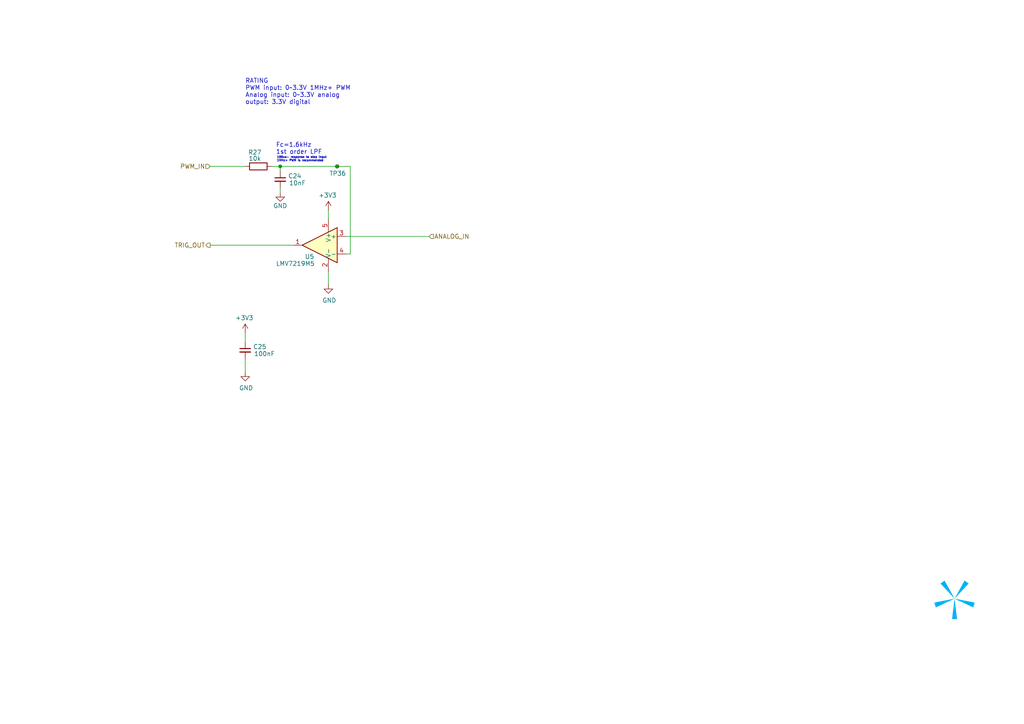
<source format=kicad_sch>
(kicad_sch (version 20231120) (generator "eeschema") (generator_version "8.0")
  (paper "A4")
  (title_block (title "CTRL-MINI-ED") (date "2024-12-11") (rev "1") (company "Spark Project") (comment 1 "Author: 夕月霞 (xyx)") (comment 2 "Electric Discharge Machining board for CTRL-MINI"))
  (lib_symbols
    (symbol "Comparator:LMV7219M5" (pin_names (offset 0.127))
      (property "Reference" "U" (at -1.27 6.35 0))
      (property "Value" "LMV7219M5" (at -1.27 3.81 0))
      (symbol "LMV7219M5_0_1"
        (polyline (pts (xy -5.08 5.08) (xy 5.08 0) (xy -5.08 -5.08) (xy -5.08 5.08)) (stroke (width 0.254)) (fill (type background)))
        (pin power_in line (at -2.54 -7.62 90) (length 3.81) (name "V-") (number "2"))
        (pin power_in line (at -2.54 7.62 270) (length 3.81) (name "V+") (number "5"))
      )
      (symbol "LMV7219M5_1_1"
        (pin output line (at 7.62 0 180) (length 2.54) (name "~") (number "1"))
        (pin input line (at -7.62 2.54 0) (length 2.54) (name "+") (number "3"))
        (pin input line (at -7.62 -2.54 0) (length 2.54) (name "-") (number "4"))
      )
    )
    (symbol "Connector:TestPoint_Small" (pin_numbers hide) (pin_names (offset 0.762) hide)
      (property "Reference" "TP" (at 0 3.81 0))
      (property "Value" "TestPoint_Small" (at 0 2.032 0))
      (symbol "TestPoint_Small_0_1"
        (circle (center 0 0) (radius 0.508))
      )
      (symbol "TestPoint_Small_1_1"
        (pin passive line (at 0 0 90) (length 0) (name "1") (number "1"))
      )
    )
    (symbol "Device:C_Small" (pin_numbers hide) (pin_names (offset 0.254) hide)
      (property "Reference" "C" (at 0.254 1.778 0))
      (property "Value" "C_Small" (at 0.254 -2.032 0))
      (symbol "C_Small_0_1"
        (polyline (pts (xy -1.524 -0.508) (xy 1.524 -0.508)) (stroke (width 0.3302)))
        (polyline (pts (xy -1.524 0.508) (xy 1.524 0.508)) (stroke (width 0.3048)))
      )
      (symbol "C_Small_1_1"
        (pin passive line (at 0 2.54 270) (length 2.032) (name "~") (number "1"))
        (pin passive line (at 0 -2.54 90) (length 2.032) (name "~") (number "2"))
      )
    )
    (symbol "Device:R" (pin_numbers hide) (pin_names (offset 0))
      (property "Reference" "R" (at 2.032 0 90))
      (property "Value" "R" (at 0 0 90))
      (symbol "R_0_1"
        (rectangle (start -1.016 -2.54) (end 1.016 2.54) (stroke (width 0.254)))
      )
      (symbol "R_1_1"
        (pin passive line (at 0 3.81 270) (length 1.27) (name "~") (number "1"))
        (pin passive line (at 0 -3.81 90) (length 1.27) (name "~") (number "2"))
      )
    )
    (symbol "power:GND" (power) (pin_numbers hide) (pin_names (offset 0) hide)
      (property "Value" "GND" (at 0 -3.81 0))
      (symbol "GND_0_1"
        (polyline (pts (xy 0 0) (xy 0 -1.27) (xy 1.27 -1.27) (xy 0 -2.54) (xy -1.27 -1.27) (xy 0 -1.27)))
      )
      (symbol "GND_1_1"
        (pin power_in line (at 0 0 270) (length 0) (name "~") (number "1"))
      )
    )
    (symbol "power:VCC" (power) (pin_numbers hide) (pin_names (offset 0) hide)
      (property "Value" "VCC" (at 0 3.556 0))
      (symbol "VCC_0_1"
        (polyline (pts (xy -0.762 1.27) (xy 0 2.54)))
        (polyline (pts (xy 0 0) (xy 0 2.54)))
        (polyline (pts (xy 0 2.54) (xy 0.762 1.27)))
      )
      (symbol "VCC_1_1"
        (pin power_in line (at 0 0 90) (length 0) (name "~") (number "1"))
      )
    )
  )
  (junction (at 81.28 48.26))
  (junction (at 97.79 48.26))
  (wire (pts (xy 78.74 48.26) (xy 81.28 48.26)))
  (wire (pts (xy 101.6 48.26) (xy 101.6 73.66)))
  (wire (pts (xy 71.12 96.52) (xy 71.12 99.06)))
  (wire (pts (xy 81.28 54.61) (xy 81.28 55.88)))
  (wire (pts (xy 124.46 68.58) (xy 100.33 68.58)))
  (wire (pts (xy 97.79 48.26) (xy 101.6 48.26)))
  (wire (pts (xy 95.25 60.96) (xy 95.25 63.5)))
  (wire (pts (xy 95.25 78.74) (xy 95.25 82.55)))
  (wire (pts (xy 81.28 48.26) (xy 97.79 48.26)))
  (wire (pts (xy 60.96 48.26) (xy 71.12 48.26)))
  (wire (pts (xy 101.6 73.66) (xy 100.33 73.66)))
  (wire (pts (xy 60.96 71.12) (xy 85.09 71.12)))
  (wire (pts (xy 81.28 49.53) (xy 81.28 48.26)))
  (wire (pts (xy 71.12 104.14) (xy 71.12 107.95)))
  (image (at 276.86 173.99) (scale 1.13867))
  (text "RATING\nPWM input: 0~3.3V 1MHz+ PWM\nAnalog input: 0~3.3V analog\noutput: 3.3V digital\n" (at 71.12 26.67 0) (effects (font (size 1.27 1.27)) (justify left)))
  (text "Fc=1.6kHz\n1st order LPF" (at 80.01 43.18 0) (effects (font (size 1.27 1.27)) (justify left)))
  (text "100us- response to step input\n1MHz+ PWM is recommended" (at 80.264 46.228 0) (effects (font (size 0.6 0.6)) (justify left)))
  (hierarchical_label "PWM_IN" (shape input) (at 60.96 48.26 180))
  (hierarchical_label "TRIG_OUT" (shape output) (at 60.96 71.12 180))
  (hierarchical_label "ANALOG_IN" (shape input) (at 124.46 68.58 0))
  (symbol (lib_id "power:VCC") (at 71.12 96.52 0) (unit 1)
    (property "Reference" "#PWR038" (effects (hide yes)))
    (property "Value" "+3V3" (at 70.866 92.202 0))
    (property "Description" "Power symbol creates a global label with name \"VCC\"" (effects (hide yes)))
  )
  (symbol (lib_id "power:VCC") (at 95.25 60.96 0) (unit 1)
    (property "Reference" "#PWR036" (effects (hide yes)))
    (property "Value" "+3V3" (at 94.996 56.642 0))
    (property "Description" "Power symbol creates a global label with name \"VCC\"" (effects (hide yes)))
  )
  (symbol (lib_id "Device:C_Small") (at 71.12 101.6 0) (unit 1)
    (property "Reference" "C25" (at 73.406 100.584 0) (effects (justify left)))
    (property "Value" "100nF" (at 73.66 102.616 0) (effects (justify left)))
    (property "Footprint" "Capacitor_SMD:C_0603_1608Metric" (effects (hide yes)))
    (property "Description" "Unpolarized capacitor, small symbol" (effects (hide yes)))
    (property "LCSC" "C14663" (effects (hide yes)))
  )
  (symbol (lib_id "power:GND") (at 81.28 55.88 0) (unit 1) (exclude_from_sim yes)
    (property "Reference" "#PWR035" (effects (hide yes)))
    (property "Value" "GND" (at 81.28 59.69 0))
    (property "Description" "Power symbol creates a global label with name \"GND\" , ground" (effects (hide yes)))
  )
  (symbol (lib_id "Connector:TestPoint_Small") (at 97.79 48.26 0) (unit 1)
    (property "Reference" "TP36" (at 95.504 50.292 0) (effects (justify left)))
    (property "Value" "TestPoint" (effects (hide yes)))
    (property "Footprint" "TestPoint:TestPoint_Pad_D1.5mm" (effects (hide yes)))
    (property "Description" "test point" (effects (hide yes)))
  )
  (symbol (lib_id "Comparator:LMV7219M5") (at 92.71 71.12 0) (mirror y) (unit 1)
    (property "Reference" "U5" (at 88.392 74.422 0) (effects (justify right)))
    (property "Value" "LMV7219M5" (at 80.01 76.454 0) (effects (justify right)))
    (property "Footprint" "Package_TO_SOT_SMD:SOT-23-5" (effects (hide yes)))
    (property "Datasheet" "https://www.ti.com/lit/ds/symlink/lmv7219.pdf" (effects (hide yes)))
    (property "Description" "Single Low-Power High-Speed Push-Pull Output Comparator, SOT-23-5" (effects (hide yes)))
    (property "LCSC" "C283912" (effects (hide yes)))
  )
  (symbol (lib_id "Device:R") (at 74.93 48.26 90) (unit 1)
    (property "Reference" "R27" (at 73.914 44.196 90))
    (property "Value" "10k" (at 73.914 45.974 90))
    (property "Footprint" "Resistor_SMD:R_0603_1608Metric" (effects (hide yes)))
    (property "Description" "Resistor" (effects (hide yes)))
    (property "LCSC" "C25804" (effects (hide yes)))
  )
  (symbol (lib_id "Device:C_Small") (at 81.28 52.07 0) (unit 1)
    (property "Reference" "C24" (at 83.566 51.054 0) (effects (justify left)))
    (property "Value" "10nF" (at 83.82 53.086 0) (effects (justify left)))
    (property "Footprint" "Capacitor_SMD:C_0603_1608Metric" (effects (hide yes)))
    (property "Description" "Unpolarized capacitor, small symbol" (effects (hide yes)))
    (property "LCSC" "C57112" (effects (hide yes)))
  )
  (symbol (lib_id "power:GND") (at 71.12 107.95 0) (unit 1) (exclude_from_sim yes)
    (property "Reference" "#PWR039" (effects (hide yes)))
    (property "Value" "GND" (at 71.374 112.522 0))
    (property "Description" "Power symbol creates a global label with name \"GND\" , ground" (effects (hide yes)))
  )
  (symbol (lib_id "power:GND") (at 95.25 82.55 0) (unit 1) (exclude_from_sim yes)
    (property "Reference" "#PWR037" (effects (hide yes)))
    (property "Value" "GND" (at 95.504 87.122 0))
    (property "Description" "Power symbol creates a global label with name \"GND\" , ground" (effects (hide yes)))
  )
)
</source>
